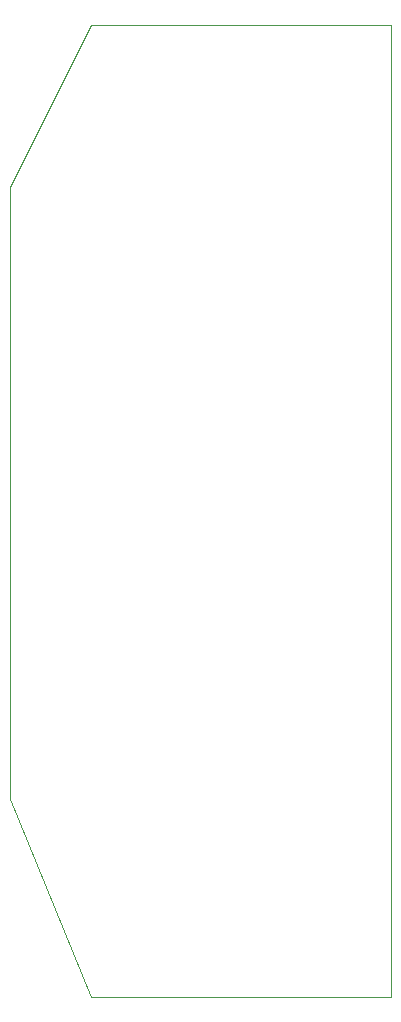
<source format=gm1>
G04 #@! TF.GenerationSoftware,KiCad,Pcbnew,(6.0.0)*
G04 #@! TF.CreationDate,2023-01-29T20:39:39-05:00*
G04 #@! TF.ProjectId,tms7000 64 pin adapter,746d7337-3030-4302-9036-342070696e20,rev?*
G04 #@! TF.SameCoordinates,Original*
G04 #@! TF.FileFunction,Profile,NP*
%FSLAX46Y46*%
G04 Gerber Fmt 4.6, Leading zero omitted, Abs format (unit mm)*
G04 Created by KiCad (PCBNEW (6.0.0)) date 2023-01-29 20:39:39*
%MOMM*%
%LPD*%
G01*
G04 APERTURE LIST*
G04 #@! TA.AperFunction,Profile*
%ADD10C,0.100000*%
G04 #@! TD*
G04 APERTURE END LIST*
D10*
X146558000Y-37338000D02*
X146558000Y-119634000D01*
X121158000Y-37338000D02*
X146558000Y-37338000D01*
X121158000Y-119634000D02*
X114300000Y-102870000D01*
X114300000Y-51054000D02*
X121158000Y-37338000D01*
X114300000Y-102870000D02*
X114300000Y-51054000D01*
X146558000Y-119634000D02*
X121158000Y-119634000D01*
M02*

</source>
